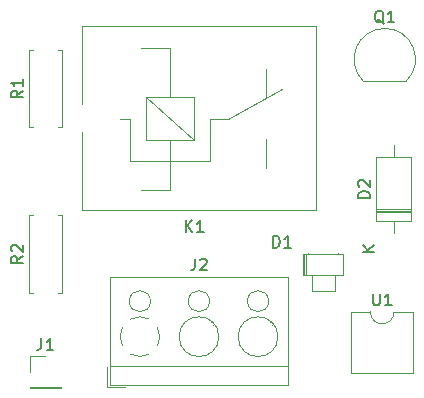
<source format=gbr>
%TF.GenerationSoftware,KiCad,Pcbnew,8.0.3*%
%TF.CreationDate,2024-08-06T14:14:26-07:00*%
%TF.ProjectId,ESP8266_HomAuto,45535038-3236-4365-9f48-6f6d4175746f,rev?*%
%TF.SameCoordinates,Original*%
%TF.FileFunction,Legend,Top*%
%TF.FilePolarity,Positive*%
%FSLAX46Y46*%
G04 Gerber Fmt 4.6, Leading zero omitted, Abs format (unit mm)*
G04 Created by KiCad (PCBNEW 8.0.3) date 2024-08-06 14:14:26*
%MOMM*%
%LPD*%
G01*
G04 APERTURE LIST*
%ADD10C,0.150000*%
%ADD11C,0.120000*%
G04 APERTURE END LIST*
D10*
X111584819Y-84666666D02*
X111108628Y-84999999D01*
X111584819Y-85238094D02*
X110584819Y-85238094D01*
X110584819Y-85238094D02*
X110584819Y-84857142D01*
X110584819Y-84857142D02*
X110632438Y-84761904D01*
X110632438Y-84761904D02*
X110680057Y-84714285D01*
X110680057Y-84714285D02*
X110775295Y-84666666D01*
X110775295Y-84666666D02*
X110918152Y-84666666D01*
X110918152Y-84666666D02*
X111013390Y-84714285D01*
X111013390Y-84714285D02*
X111061009Y-84761904D01*
X111061009Y-84761904D02*
X111108628Y-84857142D01*
X111108628Y-84857142D02*
X111108628Y-85238094D01*
X110680057Y-84285713D02*
X110632438Y-84238094D01*
X110632438Y-84238094D02*
X110584819Y-84142856D01*
X110584819Y-84142856D02*
X110584819Y-83904761D01*
X110584819Y-83904761D02*
X110632438Y-83809523D01*
X110632438Y-83809523D02*
X110680057Y-83761904D01*
X110680057Y-83761904D02*
X110775295Y-83714285D01*
X110775295Y-83714285D02*
X110870533Y-83714285D01*
X110870533Y-83714285D02*
X111013390Y-83761904D01*
X111013390Y-83761904D02*
X111584819Y-84333332D01*
X111584819Y-84333332D02*
X111584819Y-83714285D01*
X111584819Y-70666666D02*
X111108628Y-70999999D01*
X111584819Y-71238094D02*
X110584819Y-71238094D01*
X110584819Y-71238094D02*
X110584819Y-70857142D01*
X110584819Y-70857142D02*
X110632438Y-70761904D01*
X110632438Y-70761904D02*
X110680057Y-70714285D01*
X110680057Y-70714285D02*
X110775295Y-70666666D01*
X110775295Y-70666666D02*
X110918152Y-70666666D01*
X110918152Y-70666666D02*
X111013390Y-70714285D01*
X111013390Y-70714285D02*
X111061009Y-70761904D01*
X111061009Y-70761904D02*
X111108628Y-70857142D01*
X111108628Y-70857142D02*
X111108628Y-71238094D01*
X111584819Y-69714285D02*
X111584819Y-70285713D01*
X111584819Y-69999999D02*
X110584819Y-69999999D01*
X110584819Y-69999999D02*
X110727676Y-70095237D01*
X110727676Y-70095237D02*
X110822914Y-70190475D01*
X110822914Y-70190475D02*
X110870533Y-70285713D01*
X141248095Y-87849819D02*
X141248095Y-88659342D01*
X141248095Y-88659342D02*
X141295714Y-88754580D01*
X141295714Y-88754580D02*
X141343333Y-88802200D01*
X141343333Y-88802200D02*
X141438571Y-88849819D01*
X141438571Y-88849819D02*
X141629047Y-88849819D01*
X141629047Y-88849819D02*
X141724285Y-88802200D01*
X141724285Y-88802200D02*
X141771904Y-88754580D01*
X141771904Y-88754580D02*
X141819523Y-88659342D01*
X141819523Y-88659342D02*
X141819523Y-87849819D01*
X142819523Y-88849819D02*
X142248095Y-88849819D01*
X142533809Y-88849819D02*
X142533809Y-87849819D01*
X142533809Y-87849819D02*
X142438571Y-87992676D01*
X142438571Y-87992676D02*
X142343333Y-88087914D01*
X142343333Y-88087914D02*
X142248095Y-88135533D01*
X142134761Y-64990057D02*
X142039523Y-64942438D01*
X142039523Y-64942438D02*
X141944285Y-64847200D01*
X141944285Y-64847200D02*
X141801428Y-64704342D01*
X141801428Y-64704342D02*
X141706190Y-64656723D01*
X141706190Y-64656723D02*
X141610952Y-64656723D01*
X141658571Y-64894819D02*
X141563333Y-64847200D01*
X141563333Y-64847200D02*
X141468095Y-64751961D01*
X141468095Y-64751961D02*
X141420476Y-64561485D01*
X141420476Y-64561485D02*
X141420476Y-64228152D01*
X141420476Y-64228152D02*
X141468095Y-64037676D01*
X141468095Y-64037676D02*
X141563333Y-63942438D01*
X141563333Y-63942438D02*
X141658571Y-63894819D01*
X141658571Y-63894819D02*
X141849047Y-63894819D01*
X141849047Y-63894819D02*
X141944285Y-63942438D01*
X141944285Y-63942438D02*
X142039523Y-64037676D01*
X142039523Y-64037676D02*
X142087142Y-64228152D01*
X142087142Y-64228152D02*
X142087142Y-64561485D01*
X142087142Y-64561485D02*
X142039523Y-64751961D01*
X142039523Y-64751961D02*
X141944285Y-64847200D01*
X141944285Y-64847200D02*
X141849047Y-64894819D01*
X141849047Y-64894819D02*
X141658571Y-64894819D01*
X143039523Y-64894819D02*
X142468095Y-64894819D01*
X142753809Y-64894819D02*
X142753809Y-63894819D01*
X142753809Y-63894819D02*
X142658571Y-64037676D01*
X142658571Y-64037676D02*
X142563333Y-64132914D01*
X142563333Y-64132914D02*
X142468095Y-64180533D01*
X125361905Y-82654819D02*
X125361905Y-81654819D01*
X125933333Y-82654819D02*
X125504762Y-82083390D01*
X125933333Y-81654819D02*
X125361905Y-82226247D01*
X126885714Y-82654819D02*
X126314286Y-82654819D01*
X126600000Y-82654819D02*
X126600000Y-81654819D01*
X126600000Y-81654819D02*
X126504762Y-81797676D01*
X126504762Y-81797676D02*
X126409524Y-81892914D01*
X126409524Y-81892914D02*
X126314286Y-81940533D01*
X126166666Y-84894819D02*
X126166666Y-85609104D01*
X126166666Y-85609104D02*
X126119047Y-85751961D01*
X126119047Y-85751961D02*
X126023809Y-85847200D01*
X126023809Y-85847200D02*
X125880952Y-85894819D01*
X125880952Y-85894819D02*
X125785714Y-85894819D01*
X126595238Y-84990057D02*
X126642857Y-84942438D01*
X126642857Y-84942438D02*
X126738095Y-84894819D01*
X126738095Y-84894819D02*
X126976190Y-84894819D01*
X126976190Y-84894819D02*
X127071428Y-84942438D01*
X127071428Y-84942438D02*
X127119047Y-84990057D01*
X127119047Y-84990057D02*
X127166666Y-85085295D01*
X127166666Y-85085295D02*
X127166666Y-85180533D01*
X127166666Y-85180533D02*
X127119047Y-85323390D01*
X127119047Y-85323390D02*
X126547619Y-85894819D01*
X126547619Y-85894819D02*
X127166666Y-85894819D01*
X113166666Y-91624819D02*
X113166666Y-92339104D01*
X113166666Y-92339104D02*
X113119047Y-92481961D01*
X113119047Y-92481961D02*
X113023809Y-92577200D01*
X113023809Y-92577200D02*
X112880952Y-92624819D01*
X112880952Y-92624819D02*
X112785714Y-92624819D01*
X114166666Y-92624819D02*
X113595238Y-92624819D01*
X113880952Y-92624819D02*
X113880952Y-91624819D01*
X113880952Y-91624819D02*
X113785714Y-91767676D01*
X113785714Y-91767676D02*
X113690476Y-91862914D01*
X113690476Y-91862914D02*
X113595238Y-91910533D01*
X140984819Y-79738094D02*
X139984819Y-79738094D01*
X139984819Y-79738094D02*
X139984819Y-79499999D01*
X139984819Y-79499999D02*
X140032438Y-79357142D01*
X140032438Y-79357142D02*
X140127676Y-79261904D01*
X140127676Y-79261904D02*
X140222914Y-79214285D01*
X140222914Y-79214285D02*
X140413390Y-79166666D01*
X140413390Y-79166666D02*
X140556247Y-79166666D01*
X140556247Y-79166666D02*
X140746723Y-79214285D01*
X140746723Y-79214285D02*
X140841961Y-79261904D01*
X140841961Y-79261904D02*
X140937200Y-79357142D01*
X140937200Y-79357142D02*
X140984819Y-79499999D01*
X140984819Y-79499999D02*
X140984819Y-79738094D01*
X140080057Y-78785713D02*
X140032438Y-78738094D01*
X140032438Y-78738094D02*
X139984819Y-78642856D01*
X139984819Y-78642856D02*
X139984819Y-78404761D01*
X139984819Y-78404761D02*
X140032438Y-78309523D01*
X140032438Y-78309523D02*
X140080057Y-78261904D01*
X140080057Y-78261904D02*
X140175295Y-78214285D01*
X140175295Y-78214285D02*
X140270533Y-78214285D01*
X140270533Y-78214285D02*
X140413390Y-78261904D01*
X140413390Y-78261904D02*
X140984819Y-78833332D01*
X140984819Y-78833332D02*
X140984819Y-78214285D01*
X141354819Y-84341904D02*
X140354819Y-84341904D01*
X141354819Y-83770476D02*
X140783390Y-84199047D01*
X140354819Y-83770476D02*
X140926247Y-84341904D01*
X132761905Y-83954819D02*
X132761905Y-82954819D01*
X132761905Y-82954819D02*
X133000000Y-82954819D01*
X133000000Y-82954819D02*
X133142857Y-83002438D01*
X133142857Y-83002438D02*
X133238095Y-83097676D01*
X133238095Y-83097676D02*
X133285714Y-83192914D01*
X133285714Y-83192914D02*
X133333333Y-83383390D01*
X133333333Y-83383390D02*
X133333333Y-83526247D01*
X133333333Y-83526247D02*
X133285714Y-83716723D01*
X133285714Y-83716723D02*
X133238095Y-83811961D01*
X133238095Y-83811961D02*
X133142857Y-83907200D01*
X133142857Y-83907200D02*
X133000000Y-83954819D01*
X133000000Y-83954819D02*
X132761905Y-83954819D01*
X134285714Y-83954819D02*
X133714286Y-83954819D01*
X134000000Y-83954819D02*
X134000000Y-82954819D01*
X134000000Y-82954819D02*
X133904762Y-83097676D01*
X133904762Y-83097676D02*
X133809524Y-83192914D01*
X133809524Y-83192914D02*
X133714286Y-83240533D01*
D11*
%TO.C,R2*%
X114870000Y-81230000D02*
X114540000Y-81230000D01*
X112130000Y-81230000D02*
X112460000Y-81230000D01*
X114870000Y-87770000D02*
X114870000Y-81230000D01*
X114540000Y-87770000D02*
X114870000Y-87770000D01*
X112460000Y-87770000D02*
X112130000Y-87770000D01*
X112130000Y-87770000D02*
X112130000Y-81230000D01*
%TO.C,R1*%
X112130000Y-73770000D02*
X112130000Y-67230000D01*
X112460000Y-73770000D02*
X112130000Y-73770000D01*
X114540000Y-73770000D02*
X114870000Y-73770000D01*
X114870000Y-73770000D02*
X114870000Y-67230000D01*
X112130000Y-67230000D02*
X112460000Y-67230000D01*
X114870000Y-67230000D02*
X114540000Y-67230000D01*
%TO.C,U1*%
X139360000Y-89395000D02*
X139360000Y-94595000D01*
X139360000Y-94595000D02*
X144660000Y-94595000D01*
X141010000Y-89395000D02*
X139360000Y-89395000D01*
X144660000Y-89395000D02*
X143010000Y-89395000D01*
X144660000Y-94595000D02*
X144660000Y-89395000D01*
X143010000Y-89395000D02*
G75*
G02*
X141010000Y-89395000I-1000000J0D01*
G01*
%TO.C,Q1*%
X142230000Y-65400000D02*
G75*
G02*
X144068478Y-69838478I0J-2600000D01*
G01*
X140391522Y-69838478D02*
G75*
G02*
X142230000Y-65399999I1838478J1838478D01*
G01*
X140430000Y-69850000D02*
X144030000Y-69850000D01*
%TO.C,K1*%
X116600000Y-65200000D02*
X116600000Y-71800000D01*
X116600000Y-65200000D02*
X136400000Y-65200000D01*
X116600000Y-74200000D02*
X116600000Y-80800000D01*
X120650000Y-73050000D02*
X119850000Y-73050000D01*
X120650000Y-73050000D02*
X120650000Y-76650000D01*
X121550000Y-79050000D02*
X124050000Y-79050000D01*
X122050000Y-71250000D02*
X126050000Y-71250000D01*
X122050000Y-74850000D02*
X122050000Y-71250000D01*
X124050000Y-67050000D02*
X121550000Y-67050000D01*
X124050000Y-67050000D02*
X124050000Y-71250000D01*
X124050000Y-74850000D02*
X124050000Y-79050000D01*
X126050000Y-71250000D02*
X126050000Y-74850000D01*
X126050000Y-74850000D02*
X122050000Y-71250000D01*
X126050000Y-74850000D02*
X122050000Y-74850000D01*
X127450000Y-73050000D02*
X127450000Y-76650000D01*
X127450000Y-73050000D02*
X128950000Y-73050000D01*
X127450000Y-76650000D02*
X120650000Y-76650000D01*
X128950000Y-73050000D02*
X133550000Y-70550000D01*
X132150000Y-68800000D02*
X132150000Y-71300000D01*
X132150000Y-77200000D02*
X132150000Y-74750000D01*
X136400000Y-65200000D02*
X136400000Y-80800000D01*
X136400000Y-80800000D02*
X116600000Y-80800000D01*
%TO.C,J2*%
X118700000Y-94060000D02*
X118700000Y-95800000D01*
X118700000Y-95800000D02*
X120200000Y-95800000D01*
X118940000Y-86440000D02*
X118940000Y-95560000D01*
X118940000Y-86440000D02*
X134060000Y-86440000D01*
X118940000Y-94000000D02*
X134060000Y-94000000D01*
X118940000Y-95560000D02*
X134060000Y-95560000D01*
X125320000Y-92476000D02*
X125226000Y-92569000D01*
X125490000Y-92716000D02*
X125431000Y-92774000D01*
X127570000Y-90225000D02*
X127511000Y-90284000D01*
X127775000Y-90431000D02*
X127681000Y-90524000D01*
X130320000Y-92476000D02*
X130226000Y-92569000D01*
X130490000Y-92716000D02*
X130431000Y-92774000D01*
X132570000Y-90225000D02*
X132511000Y-90284000D01*
X132775000Y-90431000D02*
X132681000Y-90524000D01*
X134060000Y-86440000D02*
X134060000Y-95560000D01*
X120016047Y-92289089D02*
G75*
G02*
X120016000Y-90711000I1483948J789089D01*
G01*
X120710911Y-90016047D02*
G75*
G02*
X122289000Y-90016000I789089J-1483948D01*
G01*
X121529383Y-93180450D02*
G75*
G02*
X120711000Y-92984000I-29385J1680445D01*
G01*
X122288712Y-92983352D02*
G75*
G02*
X121500000Y-93180000I-788712J1483352D01*
G01*
X122983953Y-90710911D02*
G75*
G02*
X122984000Y-92289000I-1483953J-789089D01*
G01*
X122400000Y-88500000D02*
G75*
G02*
X120600000Y-88500000I-900000J0D01*
G01*
X120600000Y-88500000D02*
G75*
G02*
X122400000Y-88500000I900000J0D01*
G01*
X127400000Y-88500000D02*
G75*
G02*
X125600000Y-88500000I-900000J0D01*
G01*
X125600000Y-88500000D02*
G75*
G02*
X127400000Y-88500000I900000J0D01*
G01*
X128180000Y-91500000D02*
G75*
G02*
X124820000Y-91500000I-1680000J0D01*
G01*
X124820000Y-91500000D02*
G75*
G02*
X128180000Y-91500000I1680000J0D01*
G01*
X132400000Y-88500000D02*
G75*
G02*
X130600000Y-88500000I-900000J0D01*
G01*
X130600000Y-88500000D02*
G75*
G02*
X132400000Y-88500000I900000J0D01*
G01*
X133180000Y-91500000D02*
G75*
G02*
X129820000Y-91500000I-1680000J0D01*
G01*
X129820000Y-91500000D02*
G75*
G02*
X133180000Y-91500000I1680000J0D01*
G01*
%TO.C,J1*%
X112170000Y-93170000D02*
X113500000Y-93170000D01*
X112170000Y-94500000D02*
X112170000Y-93170000D01*
X112170000Y-95770000D02*
X112170000Y-95830000D01*
X112170000Y-95770000D02*
X114830000Y-95770000D01*
X112170000Y-95830000D02*
X114830000Y-95830000D01*
X114830000Y-95770000D02*
X114830000Y-95830000D01*
%TO.C,D2*%
X143000000Y-82740000D02*
X143000000Y-81720000D01*
X141530000Y-81720000D02*
X144470000Y-81720000D01*
X144470000Y-81720000D02*
X144470000Y-76280000D01*
X141530000Y-80940000D02*
X144470000Y-80940000D01*
X141530000Y-80820000D02*
X144470000Y-80820000D01*
X141530000Y-80700000D02*
X144470000Y-80700000D01*
X141530000Y-76280000D02*
X141530000Y-81720000D01*
X144470000Y-76280000D02*
X141530000Y-76280000D01*
X143000000Y-75260000D02*
X143000000Y-76280000D01*
%TO.C,D1*%
X135310000Y-84535000D02*
X135310000Y-86255000D01*
X135310000Y-86255000D02*
X138730000Y-86255000D01*
X135430000Y-84535000D02*
X135430000Y-86255000D01*
X135550000Y-84535000D02*
X135550000Y-86255000D01*
X135750000Y-84405000D02*
X135750000Y-84405000D01*
X135750000Y-84405000D02*
X135750000Y-84535000D01*
X135750000Y-84535000D02*
X135750000Y-84405000D01*
X135750000Y-84535000D02*
X135750000Y-84535000D01*
X136060000Y-86255000D02*
X136060000Y-87655000D01*
X136060000Y-87655000D02*
X137980000Y-87655000D01*
X137980000Y-86255000D02*
X136060000Y-86255000D01*
X137980000Y-87655000D02*
X137980000Y-86255000D01*
X138290000Y-84405000D02*
X138290000Y-84405000D01*
X138290000Y-84405000D02*
X138290000Y-84535000D01*
X138290000Y-84535000D02*
X138290000Y-84405000D01*
X138290000Y-84535000D02*
X138290000Y-84535000D01*
X138730000Y-84535000D02*
X135310000Y-84535000D01*
X138730000Y-86255000D02*
X138730000Y-84535000D01*
%TD*%
M02*

</source>
